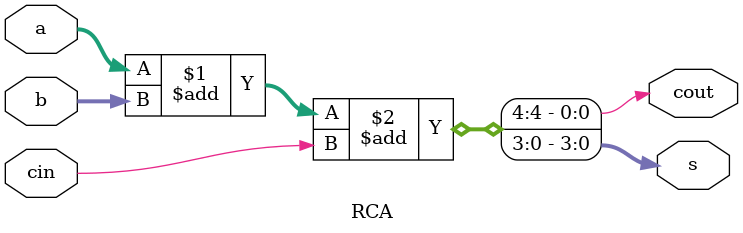
<source format=v>

`timescale 1ns / 1ps
module RCA(a,b,cin,s,cout);

//inpputs
input [3:0]a,b;
input cin;

//outputs
output [3:0]s;
output cout;

//assign statement for sum and carry
assign{cout,s}=a+b+cin;

endmodule


</source>
